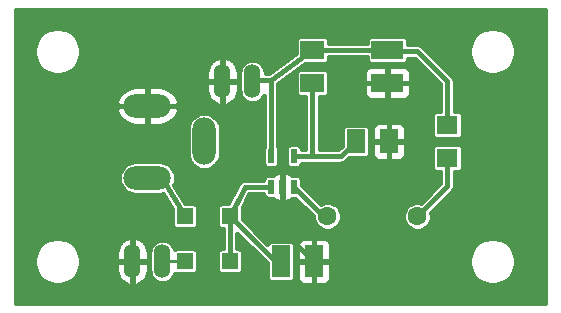
<source format=gbr>
G04 #@! TF.GenerationSoftware,KiCad,Pcbnew,(5.0.0)*
G04 #@! TF.CreationDate,2020-02-21T08:37:36-08:00*
G04 #@! TF.ProjectId,Battery Power Circuit V3,4261747465727920506F776572204369,rev?*
G04 #@! TF.SameCoordinates,Original*
G04 #@! TF.FileFunction,Copper,L1,Top,Signal*
G04 #@! TF.FilePolarity,Positive*
%FSLAX46Y46*%
G04 Gerber Fmt 4.6, Leading zero omitted, Abs format (unit mm)*
G04 Created by KiCad (PCBNEW (5.0.0)) date 02/21/20 08:37:36*
%MOMM*%
%LPD*%
G01*
G04 APERTURE LIST*
G04 #@! TA.AperFunction,SMDPad,CuDef*
%ADD10R,0.550000X1.200000*%
G04 #@! TD*
G04 #@! TA.AperFunction,SMDPad,CuDef*
%ADD11R,1.400000X1.400000*%
G04 #@! TD*
G04 #@! TA.AperFunction,SMDPad,CuDef*
%ADD12R,1.600000X2.700000*%
G04 #@! TD*
G04 #@! TA.AperFunction,SMDPad,CuDef*
%ADD13R,2.700000X1.600000*%
G04 #@! TD*
G04 #@! TA.AperFunction,SMDPad,CuDef*
%ADD14R,1.800000X1.600000*%
G04 #@! TD*
G04 #@! TA.AperFunction,SMDPad,CuDef*
%ADD15R,1.600000X2.000000*%
G04 #@! TD*
G04 #@! TA.AperFunction,SMDPad,CuDef*
%ADD16R,2.000000X1.600000*%
G04 #@! TD*
G04 #@! TA.AperFunction,ComponentPad*
%ADD17O,1.422400X2.844800*%
G04 #@! TD*
G04 #@! TA.AperFunction,ComponentPad*
%ADD18O,2.000000X4.000000*%
G04 #@! TD*
G04 #@! TA.AperFunction,ComponentPad*
%ADD19O,4.000000X2.000000*%
G04 #@! TD*
G04 #@! TA.AperFunction,ComponentPad*
%ADD20C,1.600200*%
G04 #@! TD*
G04 #@! TA.AperFunction,Conductor*
%ADD21C,0.406400*%
G04 #@! TD*
G04 #@! TA.AperFunction,Conductor*
%ADD22C,0.250000*%
G04 #@! TD*
G04 APERTURE END LIST*
D10*
G04 #@! TO.P,U$1,5*
G04 #@! TO.N,Net-(C2-Pad1)*
X147716100Y-104968600D03*
G04 #@! TO.P,U$1,4*
G04 #@! TO.N,Net-(R1-Pad2)*
X149616100Y-104968600D03*
G04 #@! TO.P,U$1,3*
G04 #@! TO.N,Net-(J2-Pad1)*
X149616100Y-107568600D03*
G04 #@! TO.P,U$1,2*
G04 #@! TO.N,GND*
X148666100Y-107568600D03*
G04 #@! TO.P,U$1,1*
G04 #@! TO.N,Net-(C1-Pad1)*
X147716100Y-107568600D03*
G04 #@! TD*
D11*
G04 #@! TO.P,D1,A*
G04 #@! TO.N,Net-(D1-PadA)*
X140416100Y-110078600D03*
G04 #@! TO.P,D1,C*
G04 #@! TO.N,Net-(C1-Pad1)*
X144216100Y-110078600D03*
G04 #@! TD*
G04 #@! TO.P,D2,A*
G04 #@! TO.N,Net-(D2-PadA)*
X140416100Y-113888600D03*
G04 #@! TO.P,D2,C*
G04 #@! TO.N,Net-(C1-Pad1)*
X144216100Y-113888600D03*
G04 #@! TD*
D12*
G04 #@! TO.P,C1,2*
G04 #@! TO.N,GND*
X151336100Y-113888600D03*
G04 #@! TO.P,C1,1*
G04 #@! TO.N,Net-(C1-Pad1)*
X148536100Y-113888600D03*
G04 #@! TD*
D13*
G04 #@! TO.P,C2,2*
G04 #@! TO.N,GND*
X157556100Y-98778600D03*
G04 #@! TO.P,C2,1*
G04 #@! TO.N,Net-(C2-Pad1)*
X157556100Y-95978600D03*
G04 #@! TD*
D14*
G04 #@! TO.P,C3,2*
G04 #@! TO.N,Net-(C2-Pad1)*
X162636100Y-102328600D03*
G04 #@! TO.P,C3,1*
G04 #@! TO.N,Net-(C3-Pad1)*
X162636100Y-105128600D03*
G04 #@! TD*
D15*
G04 #@! TO.P,R1,2*
G04 #@! TO.N,Net-(R1-Pad2)*
X154886100Y-103728600D03*
G04 #@! TO.P,R1,1*
G04 #@! TO.N,GND*
X157686100Y-103728600D03*
G04 #@! TD*
D16*
G04 #@! TO.P,R2,2*
G04 #@! TO.N,Net-(C2-Pad1)*
X151206100Y-95978600D03*
G04 #@! TO.P,R2,1*
G04 #@! TO.N,Net-(R1-Pad2)*
X151206100Y-98778600D03*
G04 #@! TD*
D17*
G04 #@! TO.P,JP1,2*
G04 #@! TO.N,GND*
X135966100Y-113888600D03*
G04 #@! TO.P,JP1,1*
G04 #@! TO.N,Net-(D2-PadA)*
X138506100Y-113888600D03*
G04 #@! TD*
G04 #@! TO.P,JP2,2*
G04 #@! TO.N,Net-(C2-Pad1)*
X146126100Y-98648600D03*
G04 #@! TO.P,JP2,1*
G04 #@! TO.N,GND*
X143586100Y-98648600D03*
G04 #@! TD*
D18*
G04 #@! TO.P,J1,2*
G04 #@! TO.N,Net-(J1-Pad2)*
X142036100Y-103728600D03*
D19*
G04 #@! TO.P,J1,3*
G04 #@! TO.N,GND*
X137236100Y-100728600D03*
G04 #@! TO.P,J1,1*
G04 #@! TO.N,Net-(D1-PadA)*
X137236100Y-106828600D03*
G04 #@! TD*
D20*
G04 #@! TO.P,J2,2*
G04 #@! TO.N,Net-(C3-Pad1)*
X160096100Y-110078600D03*
G04 #@! TO.P,J2,1*
G04 #@! TO.N,Net-(J2-Pad1)*
X152476100Y-110078600D03*
G04 #@! TD*
D21*
G04 #@! TO.N,Net-(C1-Pad1)*
X144216100Y-113888600D02*
X144216100Y-110078600D01*
X144216100Y-110078600D02*
X145456100Y-107568600D01*
X145456100Y-107568600D02*
X147716100Y-107568600D01*
X148536100Y-113888600D02*
X148026100Y-113888600D01*
X148026100Y-113888600D02*
X144216100Y-110078600D01*
G04 #@! TO.N,Net-(C2-Pad1)*
X147716100Y-104968600D02*
X147716100Y-98518600D01*
X151206100Y-95978600D02*
X157556100Y-95978600D01*
X146126100Y-98648600D02*
X146256100Y-98518600D01*
X146256100Y-98518600D02*
X147716100Y-98518600D01*
X147716100Y-98518600D02*
X151206100Y-95978600D01*
X162636100Y-102328600D02*
X162636100Y-98648600D01*
X162636100Y-98648600D02*
X160096100Y-96108600D01*
X160096100Y-96108600D02*
X157686100Y-96108600D01*
X157686100Y-96108600D02*
X157556100Y-95978600D01*
G04 #@! TO.N,Net-(R1-Pad2)*
X151206100Y-98778600D02*
X151206100Y-104998600D01*
X151206100Y-104998600D02*
X149616100Y-104998600D01*
X149616100Y-104998600D02*
X149616100Y-104968600D01*
X151206100Y-104998600D02*
X153616100Y-104998600D01*
X153616100Y-104998600D02*
X154886100Y-103728600D01*
G04 #@! TO.N,GND*
X148666100Y-107568600D02*
X148666100Y-110078600D01*
X149936100Y-111348600D02*
X149936100Y-112488600D01*
X149936100Y-112488600D02*
X151336100Y-113888600D01*
G04 #@! TO.N,Net-(D1-PadA)*
X140416100Y-110078600D02*
X138436100Y-106828600D01*
X138436100Y-106828600D02*
X137236100Y-106828600D01*
G04 #@! TO.N,Net-(C3-Pad1)*
X160096100Y-110078600D02*
X162636100Y-107538600D01*
X162636100Y-107538600D02*
X162636100Y-105128600D01*
G04 #@! TO.N,Net-(J2-Pad1)*
X149616100Y-107568600D02*
X149646100Y-107538600D01*
X152476100Y-110078600D02*
X152126100Y-110078600D01*
X152126100Y-110078600D02*
X149616100Y-107568600D01*
D22*
G04 #@! TO.N,Net-(D2-PadA)*
X138506100Y-113888600D02*
X140365400Y-113888600D01*
X140365400Y-113888600D02*
X140462000Y-113985200D01*
X140462000Y-113985200D02*
X140462000Y-114046000D01*
G04 #@! TD*
D21*
G04 #@! TO.N,GND*
G36*
X170917900Y-117420400D02*
X126084300Y-117420400D01*
X126084300Y-113691302D01*
X127612900Y-113691302D01*
X127612900Y-114085898D01*
X127689881Y-114472912D01*
X127840887Y-114837471D01*
X128060113Y-115165566D01*
X128339134Y-115444587D01*
X128667229Y-115663813D01*
X129031788Y-115814819D01*
X129418802Y-115891800D01*
X129813398Y-115891800D01*
X130200412Y-115814819D01*
X130564971Y-115663813D01*
X130893066Y-115444587D01*
X131172087Y-115165566D01*
X131391313Y-114837471D01*
X131542319Y-114472912D01*
X131619300Y-114085898D01*
X131619300Y-113913600D01*
X134595300Y-113913600D01*
X134595300Y-114624800D01*
X134626517Y-114891749D01*
X134709213Y-115147479D01*
X134840211Y-115382162D01*
X135014476Y-115586779D01*
X135225311Y-115753467D01*
X135464614Y-115875820D01*
X135723189Y-115949137D01*
X135727003Y-115949587D01*
X135941100Y-115805441D01*
X135941100Y-113913600D01*
X135991100Y-113913600D01*
X135991100Y-115805441D01*
X136205197Y-115949587D01*
X136209011Y-115949137D01*
X136467586Y-115875820D01*
X136706889Y-115753467D01*
X136917724Y-115586779D01*
X137091989Y-115382162D01*
X137222987Y-115147479D01*
X137305683Y-114891749D01*
X137336900Y-114624800D01*
X137336900Y-113913600D01*
X135991100Y-113913600D01*
X135941100Y-113913600D01*
X134595300Y-113913600D01*
X131619300Y-113913600D01*
X131619300Y-113691302D01*
X131542319Y-113304288D01*
X131479405Y-113152400D01*
X134595300Y-113152400D01*
X134595300Y-113863600D01*
X135941100Y-113863600D01*
X135941100Y-111971759D01*
X135991100Y-111971759D01*
X135991100Y-113863600D01*
X137336900Y-113863600D01*
X137336900Y-113152400D01*
X137333422Y-113122654D01*
X137391700Y-113122654D01*
X137391700Y-114654547D01*
X137407824Y-114818261D01*
X137471548Y-115028326D01*
X137575028Y-115221923D01*
X137714288Y-115391613D01*
X137883978Y-115530873D01*
X138077575Y-115634353D01*
X138287640Y-115698076D01*
X138506100Y-115719592D01*
X138724561Y-115698076D01*
X138934626Y-115634353D01*
X139128223Y-115530873D01*
X139297913Y-115391613D01*
X139437173Y-115221923D01*
X139540653Y-115028326D01*
X139560575Y-114962653D01*
X139561056Y-114962910D01*
X139637059Y-114985965D01*
X139716100Y-114993750D01*
X141116100Y-114993750D01*
X141195141Y-114985965D01*
X141271144Y-114962910D01*
X141341189Y-114925470D01*
X141402584Y-114875084D01*
X141452970Y-114813689D01*
X141490410Y-114743644D01*
X141513465Y-114667641D01*
X141521250Y-114588600D01*
X141521250Y-113188600D01*
X141513465Y-113109559D01*
X141490410Y-113033556D01*
X141452970Y-112963511D01*
X141402584Y-112902116D01*
X141341189Y-112851730D01*
X141271144Y-112814290D01*
X141195141Y-112791235D01*
X141116100Y-112783450D01*
X139716100Y-112783450D01*
X139637059Y-112791235D01*
X139561056Y-112814290D01*
X139560575Y-112814547D01*
X139540653Y-112748874D01*
X139437173Y-112555277D01*
X139297913Y-112385587D01*
X139128223Y-112246327D01*
X138934625Y-112142847D01*
X138724560Y-112079124D01*
X138506100Y-112057608D01*
X138287639Y-112079124D01*
X138077574Y-112142847D01*
X137883977Y-112246327D01*
X137714287Y-112385587D01*
X137575027Y-112555277D01*
X137471547Y-112748875D01*
X137407824Y-112958940D01*
X137391700Y-113122654D01*
X137333422Y-113122654D01*
X137305683Y-112885451D01*
X137222987Y-112629721D01*
X137091989Y-112395038D01*
X136917724Y-112190421D01*
X136706889Y-112023733D01*
X136467586Y-111901380D01*
X136209011Y-111828063D01*
X136205197Y-111827613D01*
X135991100Y-111971759D01*
X135941100Y-111971759D01*
X135727003Y-111827613D01*
X135723189Y-111828063D01*
X135464614Y-111901380D01*
X135225311Y-112023733D01*
X135014476Y-112190421D01*
X134840211Y-112395038D01*
X134709213Y-112629721D01*
X134626517Y-112885451D01*
X134595300Y-113152400D01*
X131479405Y-113152400D01*
X131391313Y-112939729D01*
X131172087Y-112611634D01*
X130893066Y-112332613D01*
X130564971Y-112113387D01*
X130200412Y-111962381D01*
X129813398Y-111885400D01*
X129418802Y-111885400D01*
X129031788Y-111962381D01*
X128667229Y-112113387D01*
X128339134Y-112332613D01*
X128060113Y-112611634D01*
X127840887Y-112939729D01*
X127689881Y-113304288D01*
X127612900Y-113691302D01*
X126084300Y-113691302D01*
X126084300Y-106828600D01*
X134826111Y-106828600D01*
X134853204Y-107103675D01*
X134933440Y-107368179D01*
X135063737Y-107611948D01*
X135239087Y-107825613D01*
X135452752Y-108000963D01*
X135696521Y-108131260D01*
X135961025Y-108211496D01*
X136167171Y-108231800D01*
X138305029Y-108231800D01*
X138511175Y-108211496D01*
X138559583Y-108196812D01*
X139310950Y-109430116D01*
X139310950Y-110778600D01*
X139318735Y-110857641D01*
X139341790Y-110933644D01*
X139379230Y-111003689D01*
X139429616Y-111065084D01*
X139491011Y-111115470D01*
X139561056Y-111152910D01*
X139637059Y-111175965D01*
X139716100Y-111183750D01*
X141116100Y-111183750D01*
X141195141Y-111175965D01*
X141271144Y-111152910D01*
X141341189Y-111115470D01*
X141402584Y-111065084D01*
X141452970Y-111003689D01*
X141490410Y-110933644D01*
X141513465Y-110857641D01*
X141521250Y-110778600D01*
X141521250Y-109378600D01*
X143110950Y-109378600D01*
X143110950Y-110778600D01*
X143118735Y-110857641D01*
X143141790Y-110933644D01*
X143179230Y-111003689D01*
X143229616Y-111065084D01*
X143291011Y-111115470D01*
X143361056Y-111152910D01*
X143437059Y-111175965D01*
X143516100Y-111183750D01*
X143609701Y-111183750D01*
X143609700Y-112783450D01*
X143516100Y-112783450D01*
X143437059Y-112791235D01*
X143361056Y-112814290D01*
X143291011Y-112851730D01*
X143229616Y-112902116D01*
X143179230Y-112963511D01*
X143141790Y-113033556D01*
X143118735Y-113109559D01*
X143110950Y-113188600D01*
X143110950Y-114588600D01*
X143118735Y-114667641D01*
X143141790Y-114743644D01*
X143179230Y-114813689D01*
X143229616Y-114875084D01*
X143291011Y-114925470D01*
X143361056Y-114962910D01*
X143437059Y-114985965D01*
X143516100Y-114993750D01*
X144916100Y-114993750D01*
X144995141Y-114985965D01*
X145071144Y-114962910D01*
X145141189Y-114925470D01*
X145202584Y-114875084D01*
X145252970Y-114813689D01*
X145290410Y-114743644D01*
X145313465Y-114667641D01*
X145321250Y-114588600D01*
X145321250Y-113188600D01*
X145313465Y-113109559D01*
X145290410Y-113033556D01*
X145252970Y-112963511D01*
X145202584Y-112902116D01*
X145141189Y-112851730D01*
X145071144Y-112814290D01*
X144995141Y-112791235D01*
X144916100Y-112783450D01*
X144822500Y-112783450D01*
X144822500Y-111542578D01*
X147330950Y-114051029D01*
X147330950Y-115238600D01*
X147338735Y-115317641D01*
X147361790Y-115393644D01*
X147399230Y-115463689D01*
X147449616Y-115525084D01*
X147511011Y-115575470D01*
X147581056Y-115612910D01*
X147657059Y-115635965D01*
X147736100Y-115643750D01*
X149336100Y-115643750D01*
X149415141Y-115635965D01*
X149491144Y-115612910D01*
X149561189Y-115575470D01*
X149622584Y-115525084D01*
X149672970Y-115463689D01*
X149710410Y-115393644D01*
X149733465Y-115317641D01*
X149741250Y-115238600D01*
X149741250Y-114078500D01*
X149876500Y-114078500D01*
X149876500Y-115303565D01*
X149901848Y-115430998D01*
X149951570Y-115551038D01*
X150023755Y-115659070D01*
X150115629Y-115750945D01*
X150223662Y-115823130D01*
X150343702Y-115872852D01*
X150471135Y-115898200D01*
X151146200Y-115898200D01*
X151311100Y-115733300D01*
X151311100Y-113913600D01*
X151361100Y-113913600D01*
X151361100Y-115733300D01*
X151526000Y-115898200D01*
X152201065Y-115898200D01*
X152328498Y-115872852D01*
X152448538Y-115823130D01*
X152556571Y-115750945D01*
X152648445Y-115659070D01*
X152720630Y-115551038D01*
X152770352Y-115430998D01*
X152795700Y-115303565D01*
X152795700Y-114078500D01*
X152630800Y-113913600D01*
X151361100Y-113913600D01*
X151311100Y-113913600D01*
X150041400Y-113913600D01*
X149876500Y-114078500D01*
X149741250Y-114078500D01*
X149741250Y-112538600D01*
X149734852Y-112473635D01*
X149876500Y-112473635D01*
X149876500Y-113698700D01*
X150041400Y-113863600D01*
X151311100Y-113863600D01*
X151311100Y-112043900D01*
X151361100Y-112043900D01*
X151361100Y-113863600D01*
X152630800Y-113863600D01*
X152795700Y-113698700D01*
X152795700Y-113691302D01*
X164442900Y-113691302D01*
X164442900Y-114085898D01*
X164519881Y-114472912D01*
X164670887Y-114837471D01*
X164890113Y-115165566D01*
X165169134Y-115444587D01*
X165497229Y-115663813D01*
X165861788Y-115814819D01*
X166248802Y-115891800D01*
X166643398Y-115891800D01*
X167030412Y-115814819D01*
X167394971Y-115663813D01*
X167723066Y-115444587D01*
X168002087Y-115165566D01*
X168221313Y-114837471D01*
X168372319Y-114472912D01*
X168449300Y-114085898D01*
X168449300Y-113691302D01*
X168372319Y-113304288D01*
X168221313Y-112939729D01*
X168002087Y-112611634D01*
X167723066Y-112332613D01*
X167394971Y-112113387D01*
X167030412Y-111962381D01*
X166643398Y-111885400D01*
X166248802Y-111885400D01*
X165861788Y-111962381D01*
X165497229Y-112113387D01*
X165169134Y-112332613D01*
X164890113Y-112611634D01*
X164670887Y-112939729D01*
X164519881Y-113304288D01*
X164442900Y-113691302D01*
X152795700Y-113691302D01*
X152795700Y-112473635D01*
X152770352Y-112346202D01*
X152720630Y-112226162D01*
X152648445Y-112118130D01*
X152556571Y-112026255D01*
X152448538Y-111954070D01*
X152328498Y-111904348D01*
X152201065Y-111879000D01*
X151526000Y-111879000D01*
X151361100Y-112043900D01*
X151311100Y-112043900D01*
X151146200Y-111879000D01*
X150471135Y-111879000D01*
X150343702Y-111904348D01*
X150223662Y-111954070D01*
X150115629Y-112026255D01*
X150023755Y-112118130D01*
X149951570Y-112226162D01*
X149901848Y-112346202D01*
X149876500Y-112473635D01*
X149734852Y-112473635D01*
X149733465Y-112459559D01*
X149710410Y-112383556D01*
X149672970Y-112313511D01*
X149622584Y-112252116D01*
X149561189Y-112201730D01*
X149491144Y-112164290D01*
X149415141Y-112141235D01*
X149336100Y-112133450D01*
X147736100Y-112133450D01*
X147657059Y-112141235D01*
X147581056Y-112164290D01*
X147511011Y-112201730D01*
X147449616Y-112252116D01*
X147399230Y-112313511D01*
X147367657Y-112372579D01*
X145321250Y-110326172D01*
X145321250Y-109378600D01*
X145313465Y-109299559D01*
X145299717Y-109254238D01*
X145832886Y-108175000D01*
X147036580Y-108175000D01*
X147043735Y-108247641D01*
X147066790Y-108323644D01*
X147104230Y-108393689D01*
X147154616Y-108455084D01*
X147216011Y-108505470D01*
X147286056Y-108542910D01*
X147362059Y-108565965D01*
X147441100Y-108573750D01*
X147868518Y-108573750D01*
X147878755Y-108589070D01*
X147970629Y-108680945D01*
X148078662Y-108753130D01*
X148198702Y-108802852D01*
X148326135Y-108828200D01*
X148476200Y-108828200D01*
X148641100Y-108663300D01*
X148641100Y-107593600D01*
X148621100Y-107593600D01*
X148621100Y-107543600D01*
X148641100Y-107543600D01*
X148641100Y-106473900D01*
X148691100Y-106473900D01*
X148691100Y-107543600D01*
X148711100Y-107543600D01*
X148711100Y-107593600D01*
X148691100Y-107593600D01*
X148691100Y-108663300D01*
X148856000Y-108828200D01*
X149006065Y-108828200D01*
X149133498Y-108802852D01*
X149253538Y-108753130D01*
X149361571Y-108680945D01*
X149453445Y-108589070D01*
X149463682Y-108573750D01*
X149763672Y-108573750D01*
X151272800Y-110082879D01*
X151272800Y-110197115D01*
X151319042Y-110429590D01*
X151409750Y-110648576D01*
X151541436Y-110845659D01*
X151709041Y-111013264D01*
X151906124Y-111144950D01*
X152125110Y-111235658D01*
X152357585Y-111281900D01*
X152594615Y-111281900D01*
X152827090Y-111235658D01*
X153046076Y-111144950D01*
X153243159Y-111013264D01*
X153410764Y-110845659D01*
X153542450Y-110648576D01*
X153633158Y-110429590D01*
X153679400Y-110197115D01*
X153679400Y-109960085D01*
X158892800Y-109960085D01*
X158892800Y-110197115D01*
X158939042Y-110429590D01*
X159029750Y-110648576D01*
X159161436Y-110845659D01*
X159329041Y-111013264D01*
X159526124Y-111144950D01*
X159745110Y-111235658D01*
X159977585Y-111281900D01*
X160214615Y-111281900D01*
X160447090Y-111235658D01*
X160666076Y-111144950D01*
X160863159Y-111013264D01*
X161030764Y-110845659D01*
X161162450Y-110648576D01*
X161253158Y-110429590D01*
X161299400Y-110197115D01*
X161299400Y-109960085D01*
X161261704Y-109770574D01*
X163043827Y-107988452D01*
X163066964Y-107969464D01*
X163142743Y-107877128D01*
X163199051Y-107771782D01*
X163233726Y-107657475D01*
X163242500Y-107568390D01*
X163242500Y-107568381D01*
X163245433Y-107538601D01*
X163242500Y-107508821D01*
X163242500Y-106333750D01*
X163536100Y-106333750D01*
X163615141Y-106325965D01*
X163691144Y-106302910D01*
X163761189Y-106265470D01*
X163822584Y-106215084D01*
X163872970Y-106153689D01*
X163910410Y-106083644D01*
X163933465Y-106007641D01*
X163941250Y-105928600D01*
X163941250Y-104328600D01*
X163933465Y-104249559D01*
X163910410Y-104173556D01*
X163872970Y-104103511D01*
X163822584Y-104042116D01*
X163761189Y-103991730D01*
X163691144Y-103954290D01*
X163615141Y-103931235D01*
X163536100Y-103923450D01*
X161736100Y-103923450D01*
X161657059Y-103931235D01*
X161581056Y-103954290D01*
X161511011Y-103991730D01*
X161449616Y-104042116D01*
X161399230Y-104103511D01*
X161361790Y-104173556D01*
X161338735Y-104249559D01*
X161330950Y-104328600D01*
X161330950Y-105928600D01*
X161338735Y-106007641D01*
X161361790Y-106083644D01*
X161399230Y-106153689D01*
X161449616Y-106215084D01*
X161511011Y-106265470D01*
X161581056Y-106302910D01*
X161657059Y-106325965D01*
X161736100Y-106333750D01*
X162029700Y-106333750D01*
X162029700Y-107287421D01*
X160404126Y-108912996D01*
X160214615Y-108875300D01*
X159977585Y-108875300D01*
X159745110Y-108921542D01*
X159526124Y-109012250D01*
X159329041Y-109143936D01*
X159161436Y-109311541D01*
X159029750Y-109508624D01*
X158939042Y-109727610D01*
X158892800Y-109960085D01*
X153679400Y-109960085D01*
X153633158Y-109727610D01*
X153542450Y-109508624D01*
X153410764Y-109311541D01*
X153243159Y-109143936D01*
X153046076Y-109012250D01*
X152827090Y-108921542D01*
X152594615Y-108875300D01*
X152357585Y-108875300D01*
X152125110Y-108921542D01*
X151914047Y-109008968D01*
X150296250Y-107391172D01*
X150296250Y-106968600D01*
X150288465Y-106889559D01*
X150265410Y-106813556D01*
X150227970Y-106743511D01*
X150177584Y-106682116D01*
X150116189Y-106631730D01*
X150046144Y-106594290D01*
X149970141Y-106571235D01*
X149891100Y-106563450D01*
X149463682Y-106563450D01*
X149453445Y-106548130D01*
X149361571Y-106456255D01*
X149253538Y-106384070D01*
X149133498Y-106334348D01*
X149006065Y-106309000D01*
X148856000Y-106309000D01*
X148691100Y-106473900D01*
X148641100Y-106473900D01*
X148476200Y-106309000D01*
X148326135Y-106309000D01*
X148198702Y-106334348D01*
X148078662Y-106384070D01*
X147970629Y-106456255D01*
X147878755Y-106548130D01*
X147868518Y-106563450D01*
X147441100Y-106563450D01*
X147362059Y-106571235D01*
X147286056Y-106594290D01*
X147216011Y-106631730D01*
X147154616Y-106682116D01*
X147104230Y-106743511D01*
X147066790Y-106813556D01*
X147043735Y-106889559D01*
X147036580Y-106962200D01*
X145506030Y-106962200D01*
X145496381Y-106960600D01*
X145446414Y-106962200D01*
X145426310Y-106962200D01*
X145416625Y-106963154D01*
X145376992Y-106964423D01*
X145357324Y-106968994D01*
X145337225Y-106970974D01*
X145299266Y-106982489D01*
X145260643Y-106991466D01*
X145242246Y-106999786D01*
X145222918Y-107005649D01*
X145187936Y-107024347D01*
X145151805Y-107040687D01*
X145135385Y-107052436D01*
X145117572Y-107061957D01*
X145086909Y-107087122D01*
X145054661Y-107110196D01*
X145040846Y-107124925D01*
X145025236Y-107137736D01*
X145000079Y-107168389D01*
X144972944Y-107197320D01*
X144962267Y-107214463D01*
X144949457Y-107230072D01*
X144930763Y-107265046D01*
X144925620Y-107273304D01*
X144916720Y-107291319D01*
X144893149Y-107335418D01*
X144890309Y-107344781D01*
X144085708Y-108973450D01*
X143516100Y-108973450D01*
X143437059Y-108981235D01*
X143361056Y-109004290D01*
X143291011Y-109041730D01*
X143229616Y-109092116D01*
X143179230Y-109153511D01*
X143141790Y-109223556D01*
X143118735Y-109299559D01*
X143110950Y-109378600D01*
X141521250Y-109378600D01*
X141513465Y-109299559D01*
X141490410Y-109223556D01*
X141452970Y-109153511D01*
X141402584Y-109092116D01*
X141341189Y-109041730D01*
X141271144Y-109004290D01*
X141195141Y-108981235D01*
X141116100Y-108973450D01*
X140452883Y-108973450D01*
X139508917Y-107424012D01*
X139538760Y-107368179D01*
X139618996Y-107103675D01*
X139646089Y-106828600D01*
X139618996Y-106553525D01*
X139538760Y-106289021D01*
X139408463Y-106045252D01*
X139233113Y-105831587D01*
X139019448Y-105656237D01*
X138775679Y-105525940D01*
X138511175Y-105445704D01*
X138305029Y-105425400D01*
X136167171Y-105425400D01*
X135961025Y-105445704D01*
X135696521Y-105525940D01*
X135452752Y-105656237D01*
X135239087Y-105831587D01*
X135063737Y-106045252D01*
X134933440Y-106289021D01*
X134853204Y-106553525D01*
X134826111Y-106828600D01*
X126084300Y-106828600D01*
X126084300Y-104797528D01*
X140632900Y-104797528D01*
X140653204Y-105003674D01*
X140733440Y-105268178D01*
X140863737Y-105511947D01*
X141039087Y-105725612D01*
X141252752Y-105900963D01*
X141496521Y-106031260D01*
X141761025Y-106111496D01*
X142036100Y-106138589D01*
X142311174Y-106111496D01*
X142575678Y-106031260D01*
X142819447Y-105900963D01*
X143033112Y-105725613D01*
X143208463Y-105511948D01*
X143338760Y-105268179D01*
X143418996Y-105003675D01*
X143439300Y-104797529D01*
X143439300Y-102659671D01*
X143418996Y-102453525D01*
X143338760Y-102189021D01*
X143208463Y-101945252D01*
X143033113Y-101731587D01*
X142819448Y-101556237D01*
X142575679Y-101425940D01*
X142311175Y-101345704D01*
X142036100Y-101318611D01*
X141761026Y-101345704D01*
X141496522Y-101425940D01*
X141252753Y-101556237D01*
X141039088Y-101731587D01*
X140863738Y-101945252D01*
X140733441Y-102189021D01*
X140653205Y-102453525D01*
X140632901Y-102659671D01*
X140632900Y-104797528D01*
X126084300Y-104797528D01*
X126084300Y-101012881D01*
X134601029Y-101012881D01*
X134603511Y-101027852D01*
X134693262Y-101340604D01*
X134842303Y-101629837D01*
X135044907Y-101884436D01*
X135293288Y-102094617D01*
X135577901Y-102252303D01*
X135887808Y-102351434D01*
X136211100Y-102388200D01*
X137211100Y-102388200D01*
X137211100Y-100753600D01*
X137261100Y-100753600D01*
X137261100Y-102388200D01*
X138261100Y-102388200D01*
X138584392Y-102351434D01*
X138894299Y-102252303D01*
X139178912Y-102094617D01*
X139427293Y-101884436D01*
X139629897Y-101629837D01*
X139778938Y-101340604D01*
X139868689Y-101027852D01*
X139871171Y-101012881D01*
X139730591Y-100753600D01*
X137261100Y-100753600D01*
X137211100Y-100753600D01*
X134741609Y-100753600D01*
X134601029Y-101012881D01*
X126084300Y-101012881D01*
X126084300Y-100444319D01*
X134601029Y-100444319D01*
X134741609Y-100703600D01*
X137211100Y-100703600D01*
X137211100Y-99069000D01*
X137261100Y-99069000D01*
X137261100Y-100703600D01*
X139730591Y-100703600D01*
X139871171Y-100444319D01*
X139868689Y-100429348D01*
X139778938Y-100116596D01*
X139629897Y-99827363D01*
X139427293Y-99572764D01*
X139178912Y-99362583D01*
X138894299Y-99204897D01*
X138584392Y-99105766D01*
X138261100Y-99069000D01*
X137261100Y-99069000D01*
X137211100Y-99069000D01*
X136211100Y-99069000D01*
X135887808Y-99105766D01*
X135577901Y-99204897D01*
X135293288Y-99362583D01*
X135044907Y-99572764D01*
X134842303Y-99827363D01*
X134693262Y-100116596D01*
X134603511Y-100429348D01*
X134601029Y-100444319D01*
X126084300Y-100444319D01*
X126084300Y-98673600D01*
X142215300Y-98673600D01*
X142215300Y-99384800D01*
X142246517Y-99651749D01*
X142329213Y-99907479D01*
X142460211Y-100142162D01*
X142634476Y-100346779D01*
X142845311Y-100513467D01*
X143084614Y-100635820D01*
X143343189Y-100709137D01*
X143347003Y-100709587D01*
X143561100Y-100565441D01*
X143561100Y-98673600D01*
X143611100Y-98673600D01*
X143611100Y-100565441D01*
X143825197Y-100709587D01*
X143829011Y-100709137D01*
X144087586Y-100635820D01*
X144326889Y-100513467D01*
X144537724Y-100346779D01*
X144711989Y-100142162D01*
X144842987Y-99907479D01*
X144925683Y-99651749D01*
X144956900Y-99384800D01*
X144956900Y-98673600D01*
X143611100Y-98673600D01*
X143561100Y-98673600D01*
X142215300Y-98673600D01*
X126084300Y-98673600D01*
X126084300Y-95911302D01*
X127612900Y-95911302D01*
X127612900Y-96305898D01*
X127689881Y-96692912D01*
X127840887Y-97057471D01*
X128060113Y-97385566D01*
X128339134Y-97664587D01*
X128667229Y-97883813D01*
X129031788Y-98034819D01*
X129418802Y-98111800D01*
X129813398Y-98111800D01*
X130200412Y-98034819D01*
X130495956Y-97912400D01*
X142215300Y-97912400D01*
X142215300Y-98623600D01*
X143561100Y-98623600D01*
X143561100Y-96731759D01*
X143611100Y-96731759D01*
X143611100Y-98623600D01*
X144956900Y-98623600D01*
X144956900Y-97912400D01*
X144953422Y-97882653D01*
X145011700Y-97882653D01*
X145011700Y-99414546D01*
X145027824Y-99578260D01*
X145091547Y-99788325D01*
X145195027Y-99981923D01*
X145334287Y-100151613D01*
X145503977Y-100290873D01*
X145697574Y-100394353D01*
X145907639Y-100458076D01*
X146126100Y-100479592D01*
X146344560Y-100458076D01*
X146554625Y-100394353D01*
X146748223Y-100290873D01*
X146917913Y-100151613D01*
X147057173Y-99981923D01*
X147109701Y-99883651D01*
X147109700Y-104136846D01*
X147104230Y-104143511D01*
X147066790Y-104213556D01*
X147043735Y-104289559D01*
X147035950Y-104368600D01*
X147035950Y-105568600D01*
X147043735Y-105647641D01*
X147066790Y-105723644D01*
X147104230Y-105793689D01*
X147154616Y-105855084D01*
X147216011Y-105905470D01*
X147286056Y-105942910D01*
X147362059Y-105965965D01*
X147441100Y-105973750D01*
X147991100Y-105973750D01*
X148070141Y-105965965D01*
X148146144Y-105942910D01*
X148216189Y-105905470D01*
X148277584Y-105855084D01*
X148327970Y-105793689D01*
X148365410Y-105723644D01*
X148388465Y-105647641D01*
X148396250Y-105568600D01*
X148396250Y-104368600D01*
X148935950Y-104368600D01*
X148935950Y-105568600D01*
X148943735Y-105647641D01*
X148966790Y-105723644D01*
X149004230Y-105793689D01*
X149054616Y-105855084D01*
X149116011Y-105905470D01*
X149186056Y-105942910D01*
X149262059Y-105965965D01*
X149341100Y-105973750D01*
X149891100Y-105973750D01*
X149970141Y-105965965D01*
X150046144Y-105942910D01*
X150116189Y-105905470D01*
X150177584Y-105855084D01*
X150227970Y-105793689D01*
X150265410Y-105723644D01*
X150288465Y-105647641D01*
X150292665Y-105605000D01*
X151176310Y-105605000D01*
X151206100Y-105607934D01*
X151235890Y-105605000D01*
X153586318Y-105605000D01*
X153616100Y-105607933D01*
X153645882Y-105605000D01*
X153645890Y-105605000D01*
X153734975Y-105596226D01*
X153849282Y-105561551D01*
X153954628Y-105505243D01*
X154046964Y-105429464D01*
X154065958Y-105406320D01*
X154338528Y-105133750D01*
X155686100Y-105133750D01*
X155765141Y-105125965D01*
X155841144Y-105102910D01*
X155911189Y-105065470D01*
X155972584Y-105015084D01*
X156022970Y-104953689D01*
X156060410Y-104883644D01*
X156083465Y-104807641D01*
X156091250Y-104728600D01*
X156091250Y-103918500D01*
X156226500Y-103918500D01*
X156226500Y-104793565D01*
X156251848Y-104920998D01*
X156301570Y-105041038D01*
X156373755Y-105149070D01*
X156465629Y-105240945D01*
X156573662Y-105313130D01*
X156693702Y-105362852D01*
X156821135Y-105388200D01*
X157496200Y-105388200D01*
X157661100Y-105223300D01*
X157661100Y-103753600D01*
X157711100Y-103753600D01*
X157711100Y-105223300D01*
X157876000Y-105388200D01*
X158551065Y-105388200D01*
X158678498Y-105362852D01*
X158798538Y-105313130D01*
X158906571Y-105240945D01*
X158998445Y-105149070D01*
X159070630Y-105041038D01*
X159120352Y-104920998D01*
X159145700Y-104793565D01*
X159145700Y-103918500D01*
X158980800Y-103753600D01*
X157711100Y-103753600D01*
X157661100Y-103753600D01*
X156391400Y-103753600D01*
X156226500Y-103918500D01*
X156091250Y-103918500D01*
X156091250Y-102728600D01*
X156084852Y-102663635D01*
X156226500Y-102663635D01*
X156226500Y-103538700D01*
X156391400Y-103703600D01*
X157661100Y-103703600D01*
X157661100Y-102233900D01*
X157711100Y-102233900D01*
X157711100Y-103703600D01*
X158980800Y-103703600D01*
X159145700Y-103538700D01*
X159145700Y-102663635D01*
X159120352Y-102536202D01*
X159070630Y-102416162D01*
X158998445Y-102308130D01*
X158906571Y-102216255D01*
X158798538Y-102144070D01*
X158678498Y-102094348D01*
X158551065Y-102069000D01*
X157876000Y-102069000D01*
X157711100Y-102233900D01*
X157661100Y-102233900D01*
X157496200Y-102069000D01*
X156821135Y-102069000D01*
X156693702Y-102094348D01*
X156573662Y-102144070D01*
X156465629Y-102216255D01*
X156373755Y-102308130D01*
X156301570Y-102416162D01*
X156251848Y-102536202D01*
X156226500Y-102663635D01*
X156084852Y-102663635D01*
X156083465Y-102649559D01*
X156060410Y-102573556D01*
X156022970Y-102503511D01*
X155972584Y-102442116D01*
X155911189Y-102391730D01*
X155841144Y-102354290D01*
X155765141Y-102331235D01*
X155686100Y-102323450D01*
X154086100Y-102323450D01*
X154007059Y-102331235D01*
X153931056Y-102354290D01*
X153861011Y-102391730D01*
X153799616Y-102442116D01*
X153749230Y-102503511D01*
X153711790Y-102573556D01*
X153688735Y-102649559D01*
X153680950Y-102728600D01*
X153680950Y-104076172D01*
X153364922Y-104392200D01*
X151812500Y-104392200D01*
X151812500Y-99983750D01*
X152206100Y-99983750D01*
X152285141Y-99975965D01*
X152361144Y-99952910D01*
X152431189Y-99915470D01*
X152492584Y-99865084D01*
X152542970Y-99803689D01*
X152580410Y-99733644D01*
X152603465Y-99657641D01*
X152611250Y-99578600D01*
X152611250Y-98968500D01*
X155546500Y-98968500D01*
X155546500Y-99643565D01*
X155571848Y-99770998D01*
X155621570Y-99891038D01*
X155693755Y-99999071D01*
X155785630Y-100090945D01*
X155893662Y-100163130D01*
X156013702Y-100212852D01*
X156141135Y-100238200D01*
X157366200Y-100238200D01*
X157531100Y-100073300D01*
X157531100Y-98803600D01*
X157581100Y-98803600D01*
X157581100Y-100073300D01*
X157746000Y-100238200D01*
X158971065Y-100238200D01*
X159098498Y-100212852D01*
X159218538Y-100163130D01*
X159326570Y-100090945D01*
X159418445Y-99999071D01*
X159490630Y-99891038D01*
X159540352Y-99770998D01*
X159565700Y-99643565D01*
X159565700Y-98968500D01*
X159400800Y-98803600D01*
X157581100Y-98803600D01*
X157531100Y-98803600D01*
X155711400Y-98803600D01*
X155546500Y-98968500D01*
X152611250Y-98968500D01*
X152611250Y-97978600D01*
X152604852Y-97913635D01*
X155546500Y-97913635D01*
X155546500Y-98588700D01*
X155711400Y-98753600D01*
X157531100Y-98753600D01*
X157531100Y-97483900D01*
X157581100Y-97483900D01*
X157581100Y-98753600D01*
X159400800Y-98753600D01*
X159565700Y-98588700D01*
X159565700Y-97913635D01*
X159540352Y-97786202D01*
X159490630Y-97666162D01*
X159418445Y-97558129D01*
X159326570Y-97466255D01*
X159218538Y-97394070D01*
X159098498Y-97344348D01*
X158971065Y-97319000D01*
X157746000Y-97319000D01*
X157581100Y-97483900D01*
X157531100Y-97483900D01*
X157366200Y-97319000D01*
X156141135Y-97319000D01*
X156013702Y-97344348D01*
X155893662Y-97394070D01*
X155785630Y-97466255D01*
X155693755Y-97558129D01*
X155621570Y-97666162D01*
X155571848Y-97786202D01*
X155546500Y-97913635D01*
X152604852Y-97913635D01*
X152603465Y-97899559D01*
X152580410Y-97823556D01*
X152542970Y-97753511D01*
X152492584Y-97692116D01*
X152431189Y-97641730D01*
X152361144Y-97604290D01*
X152285141Y-97581235D01*
X152206100Y-97573450D01*
X150206100Y-97573450D01*
X150127059Y-97581235D01*
X150051056Y-97604290D01*
X149981011Y-97641730D01*
X149919616Y-97692116D01*
X149869230Y-97753511D01*
X149831790Y-97823556D01*
X149808735Y-97899559D01*
X149800950Y-97978600D01*
X149800950Y-99578600D01*
X149808735Y-99657641D01*
X149831790Y-99733644D01*
X149869230Y-99803689D01*
X149919616Y-99865084D01*
X149981011Y-99915470D01*
X150051056Y-99952910D01*
X150127059Y-99975965D01*
X150206100Y-99983750D01*
X150599700Y-99983750D01*
X150599701Y-104392200D01*
X150296250Y-104392200D01*
X150296250Y-104368600D01*
X150288465Y-104289559D01*
X150265410Y-104213556D01*
X150227970Y-104143511D01*
X150177584Y-104082116D01*
X150116189Y-104031730D01*
X150046144Y-103994290D01*
X149970141Y-103971235D01*
X149891100Y-103963450D01*
X149341100Y-103963450D01*
X149262059Y-103971235D01*
X149186056Y-103994290D01*
X149116011Y-104031730D01*
X149054616Y-104082116D01*
X149004230Y-104143511D01*
X148966790Y-104213556D01*
X148943735Y-104289559D01*
X148935950Y-104368600D01*
X148396250Y-104368600D01*
X148388465Y-104289559D01*
X148365410Y-104213556D01*
X148327970Y-104143511D01*
X148322500Y-104136846D01*
X148322500Y-98827263D01*
X150580714Y-97183750D01*
X152206100Y-97183750D01*
X152285141Y-97175965D01*
X152361144Y-97152910D01*
X152431189Y-97115470D01*
X152492584Y-97065084D01*
X152542970Y-97003689D01*
X152580410Y-96933644D01*
X152603465Y-96857641D01*
X152611250Y-96778600D01*
X152611250Y-96585000D01*
X155800950Y-96585000D01*
X155800950Y-96778600D01*
X155808735Y-96857641D01*
X155831790Y-96933644D01*
X155869230Y-97003689D01*
X155919616Y-97065084D01*
X155981011Y-97115470D01*
X156051056Y-97152910D01*
X156127059Y-97175965D01*
X156206100Y-97183750D01*
X158906100Y-97183750D01*
X158985141Y-97175965D01*
X159061144Y-97152910D01*
X159131189Y-97115470D01*
X159192584Y-97065084D01*
X159242970Y-97003689D01*
X159280410Y-96933644D01*
X159303465Y-96857641D01*
X159311250Y-96778600D01*
X159311250Y-96715000D01*
X159844922Y-96715000D01*
X162029701Y-98899780D01*
X162029700Y-101123450D01*
X161736100Y-101123450D01*
X161657059Y-101131235D01*
X161581056Y-101154290D01*
X161511011Y-101191730D01*
X161449616Y-101242116D01*
X161399230Y-101303511D01*
X161361790Y-101373556D01*
X161338735Y-101449559D01*
X161330950Y-101528600D01*
X161330950Y-103128600D01*
X161338735Y-103207641D01*
X161361790Y-103283644D01*
X161399230Y-103353689D01*
X161449616Y-103415084D01*
X161511011Y-103465470D01*
X161581056Y-103502910D01*
X161657059Y-103525965D01*
X161736100Y-103533750D01*
X163536100Y-103533750D01*
X163615141Y-103525965D01*
X163691144Y-103502910D01*
X163761189Y-103465470D01*
X163822584Y-103415084D01*
X163872970Y-103353689D01*
X163910410Y-103283644D01*
X163933465Y-103207641D01*
X163941250Y-103128600D01*
X163941250Y-101528600D01*
X163933465Y-101449559D01*
X163910410Y-101373556D01*
X163872970Y-101303511D01*
X163822584Y-101242116D01*
X163761189Y-101191730D01*
X163691144Y-101154290D01*
X163615141Y-101131235D01*
X163536100Y-101123450D01*
X163242500Y-101123450D01*
X163242500Y-98678379D01*
X163245433Y-98648599D01*
X163242500Y-98618819D01*
X163242500Y-98618810D01*
X163233726Y-98529725D01*
X163199051Y-98415418D01*
X163142743Y-98310072D01*
X163066964Y-98217736D01*
X163043826Y-98198747D01*
X160756381Y-95911302D01*
X164442900Y-95911302D01*
X164442900Y-96305898D01*
X164519881Y-96692912D01*
X164670887Y-97057471D01*
X164890113Y-97385566D01*
X165169134Y-97664587D01*
X165497229Y-97883813D01*
X165861788Y-98034819D01*
X166248802Y-98111800D01*
X166643398Y-98111800D01*
X167030412Y-98034819D01*
X167394971Y-97883813D01*
X167723066Y-97664587D01*
X168002087Y-97385566D01*
X168221313Y-97057471D01*
X168372319Y-96692912D01*
X168449300Y-96305898D01*
X168449300Y-95911302D01*
X168372319Y-95524288D01*
X168221313Y-95159729D01*
X168002087Y-94831634D01*
X167723066Y-94552613D01*
X167394971Y-94333387D01*
X167030412Y-94182381D01*
X166643398Y-94105400D01*
X166248802Y-94105400D01*
X165861788Y-94182381D01*
X165497229Y-94333387D01*
X165169134Y-94552613D01*
X164890113Y-94831634D01*
X164670887Y-95159729D01*
X164519881Y-95524288D01*
X164442900Y-95911302D01*
X160756381Y-95911302D01*
X160545958Y-95700880D01*
X160526964Y-95677736D01*
X160434628Y-95601957D01*
X160329282Y-95545649D01*
X160214975Y-95510974D01*
X160125890Y-95502200D01*
X160125882Y-95502200D01*
X160096100Y-95499267D01*
X160066318Y-95502200D01*
X159311250Y-95502200D01*
X159311250Y-95178600D01*
X159303465Y-95099559D01*
X159280410Y-95023556D01*
X159242970Y-94953511D01*
X159192584Y-94892116D01*
X159131189Y-94841730D01*
X159061144Y-94804290D01*
X158985141Y-94781235D01*
X158906100Y-94773450D01*
X156206100Y-94773450D01*
X156127059Y-94781235D01*
X156051056Y-94804290D01*
X155981011Y-94841730D01*
X155919616Y-94892116D01*
X155869230Y-94953511D01*
X155831790Y-95023556D01*
X155808735Y-95099559D01*
X155800950Y-95178600D01*
X155800950Y-95372200D01*
X152611250Y-95372200D01*
X152611250Y-95178600D01*
X152603465Y-95099559D01*
X152580410Y-95023556D01*
X152542970Y-94953511D01*
X152492584Y-94892116D01*
X152431189Y-94841730D01*
X152361144Y-94804290D01*
X152285141Y-94781235D01*
X152206100Y-94773450D01*
X150206100Y-94773450D01*
X150127059Y-94781235D01*
X150051056Y-94804290D01*
X149981011Y-94841730D01*
X149919616Y-94892116D01*
X149869230Y-94953511D01*
X149831790Y-95023556D01*
X149808735Y-95099559D01*
X149800950Y-95178600D01*
X149800950Y-96251262D01*
X147518795Y-97912200D01*
X147240500Y-97912200D01*
X147240500Y-97882653D01*
X147224376Y-97718939D01*
X147160653Y-97508874D01*
X147057173Y-97315277D01*
X146917913Y-97145587D01*
X146748223Y-97006327D01*
X146554626Y-96902847D01*
X146344561Y-96839124D01*
X146126100Y-96817608D01*
X145907640Y-96839124D01*
X145697575Y-96902847D01*
X145503978Y-97006327D01*
X145334288Y-97145587D01*
X145195028Y-97315277D01*
X145091548Y-97508874D01*
X145027824Y-97718939D01*
X145011700Y-97882653D01*
X144953422Y-97882653D01*
X144925683Y-97645451D01*
X144842987Y-97389721D01*
X144711989Y-97155038D01*
X144537724Y-96950421D01*
X144326889Y-96783733D01*
X144087586Y-96661380D01*
X143829011Y-96588063D01*
X143825197Y-96587613D01*
X143611100Y-96731759D01*
X143561100Y-96731759D01*
X143347003Y-96587613D01*
X143343189Y-96588063D01*
X143084614Y-96661380D01*
X142845311Y-96783733D01*
X142634476Y-96950421D01*
X142460211Y-97155038D01*
X142329213Y-97389721D01*
X142246517Y-97645451D01*
X142215300Y-97912400D01*
X130495956Y-97912400D01*
X130564971Y-97883813D01*
X130893066Y-97664587D01*
X131172087Y-97385566D01*
X131391313Y-97057471D01*
X131542319Y-96692912D01*
X131619300Y-96305898D01*
X131619300Y-95911302D01*
X131542319Y-95524288D01*
X131391313Y-95159729D01*
X131172087Y-94831634D01*
X130893066Y-94552613D01*
X130564971Y-94333387D01*
X130200412Y-94182381D01*
X129813398Y-94105400D01*
X129418802Y-94105400D01*
X129031788Y-94182381D01*
X128667229Y-94333387D01*
X128339134Y-94552613D01*
X128060113Y-94831634D01*
X127840887Y-95159729D01*
X127689881Y-95524288D01*
X127612900Y-95911302D01*
X126084300Y-95911302D01*
X126084300Y-92586800D01*
X170917901Y-92586800D01*
X170917900Y-117420400D01*
X170917900Y-117420400D01*
G37*
X170917900Y-117420400D02*
X126084300Y-117420400D01*
X126084300Y-113691302D01*
X127612900Y-113691302D01*
X127612900Y-114085898D01*
X127689881Y-114472912D01*
X127840887Y-114837471D01*
X128060113Y-115165566D01*
X128339134Y-115444587D01*
X128667229Y-115663813D01*
X129031788Y-115814819D01*
X129418802Y-115891800D01*
X129813398Y-115891800D01*
X130200412Y-115814819D01*
X130564971Y-115663813D01*
X130893066Y-115444587D01*
X131172087Y-115165566D01*
X131391313Y-114837471D01*
X131542319Y-114472912D01*
X131619300Y-114085898D01*
X131619300Y-113913600D01*
X134595300Y-113913600D01*
X134595300Y-114624800D01*
X134626517Y-114891749D01*
X134709213Y-115147479D01*
X134840211Y-115382162D01*
X135014476Y-115586779D01*
X135225311Y-115753467D01*
X135464614Y-115875820D01*
X135723189Y-115949137D01*
X135727003Y-115949587D01*
X135941100Y-115805441D01*
X135941100Y-113913600D01*
X135991100Y-113913600D01*
X135991100Y-115805441D01*
X136205197Y-115949587D01*
X136209011Y-115949137D01*
X136467586Y-115875820D01*
X136706889Y-115753467D01*
X136917724Y-115586779D01*
X137091989Y-115382162D01*
X137222987Y-115147479D01*
X137305683Y-114891749D01*
X137336900Y-114624800D01*
X137336900Y-113913600D01*
X135991100Y-113913600D01*
X135941100Y-113913600D01*
X134595300Y-113913600D01*
X131619300Y-113913600D01*
X131619300Y-113691302D01*
X131542319Y-113304288D01*
X131479405Y-113152400D01*
X134595300Y-113152400D01*
X134595300Y-113863600D01*
X135941100Y-113863600D01*
X135941100Y-111971759D01*
X135991100Y-111971759D01*
X135991100Y-113863600D01*
X137336900Y-113863600D01*
X137336900Y-113152400D01*
X137333422Y-113122654D01*
X137391700Y-113122654D01*
X137391700Y-114654547D01*
X137407824Y-114818261D01*
X137471548Y-115028326D01*
X137575028Y-115221923D01*
X137714288Y-115391613D01*
X137883978Y-115530873D01*
X138077575Y-115634353D01*
X138287640Y-115698076D01*
X138506100Y-115719592D01*
X138724561Y-115698076D01*
X138934626Y-115634353D01*
X139128223Y-115530873D01*
X139297913Y-115391613D01*
X139437173Y-115221923D01*
X139540653Y-115028326D01*
X139560575Y-114962653D01*
X139561056Y-114962910D01*
X139637059Y-114985965D01*
X139716100Y-114993750D01*
X141116100Y-114993750D01*
X141195141Y-114985965D01*
X141271144Y-114962910D01*
X141341189Y-114925470D01*
X141402584Y-114875084D01*
X141452970Y-114813689D01*
X141490410Y-114743644D01*
X141513465Y-114667641D01*
X141521250Y-114588600D01*
X141521250Y-113188600D01*
X141513465Y-113109559D01*
X141490410Y-113033556D01*
X141452970Y-112963511D01*
X141402584Y-112902116D01*
X141341189Y-112851730D01*
X141271144Y-112814290D01*
X141195141Y-112791235D01*
X141116100Y-112783450D01*
X139716100Y-112783450D01*
X139637059Y-112791235D01*
X139561056Y-112814290D01*
X139560575Y-112814547D01*
X139540653Y-112748874D01*
X139437173Y-112555277D01*
X139297913Y-112385587D01*
X139128223Y-112246327D01*
X138934625Y-112142847D01*
X138724560Y-112079124D01*
X138506100Y-112057608D01*
X138287639Y-112079124D01*
X138077574Y-112142847D01*
X137883977Y-112246327D01*
X137714287Y-112385587D01*
X137575027Y-112555277D01*
X137471547Y-112748875D01*
X137407824Y-112958940D01*
X137391700Y-113122654D01*
X137333422Y-113122654D01*
X137305683Y-112885451D01*
X137222987Y-112629721D01*
X137091989Y-112395038D01*
X136917724Y-112190421D01*
X136706889Y-112023733D01*
X136467586Y-111901380D01*
X136209011Y-111828063D01*
X136205197Y-111827613D01*
X135991100Y-111971759D01*
X135941100Y-111971759D01*
X135727003Y-111827613D01*
X135723189Y-111828063D01*
X135464614Y-111901380D01*
X135225311Y-112023733D01*
X135014476Y-112190421D01*
X134840211Y-112395038D01*
X134709213Y-112629721D01*
X134626517Y-112885451D01*
X134595300Y-113152400D01*
X131479405Y-113152400D01*
X131391313Y-112939729D01*
X131172087Y-112611634D01*
X130893066Y-112332613D01*
X130564971Y-112113387D01*
X130200412Y-111962381D01*
X129813398Y-111885400D01*
X129418802Y-111885400D01*
X129031788Y-111962381D01*
X128667229Y-112113387D01*
X128339134Y-112332613D01*
X128060113Y-112611634D01*
X127840887Y-112939729D01*
X127689881Y-113304288D01*
X127612900Y-113691302D01*
X126084300Y-113691302D01*
X126084300Y-106828600D01*
X134826111Y-106828600D01*
X134853204Y-107103675D01*
X134933440Y-107368179D01*
X135063737Y-107611948D01*
X135239087Y-107825613D01*
X135452752Y-108000963D01*
X135696521Y-108131260D01*
X135961025Y-108211496D01*
X136167171Y-108231800D01*
X138305029Y-108231800D01*
X138511175Y-108211496D01*
X138559583Y-108196812D01*
X139310950Y-109430116D01*
X139310950Y-110778600D01*
X139318735Y-110857641D01*
X139341790Y-110933644D01*
X139379230Y-111003689D01*
X139429616Y-111065084D01*
X139491011Y-111115470D01*
X139561056Y-111152910D01*
X139637059Y-111175965D01*
X139716100Y-111183750D01*
X141116100Y-111183750D01*
X141195141Y-111175965D01*
X141271144Y-111152910D01*
X141341189Y-111115470D01*
X141402584Y-111065084D01*
X141452970Y-111003689D01*
X141490410Y-110933644D01*
X141513465Y-110857641D01*
X141521250Y-110778600D01*
X141521250Y-109378600D01*
X143110950Y-109378600D01*
X143110950Y-110778600D01*
X143118735Y-110857641D01*
X143141790Y-110933644D01*
X143179230Y-111003689D01*
X143229616Y-111065084D01*
X143291011Y-111115470D01*
X143361056Y-111152910D01*
X143437059Y-111175965D01*
X143516100Y-111183750D01*
X143609701Y-111183750D01*
X143609700Y-112783450D01*
X143516100Y-112783450D01*
X143437059Y-112791235D01*
X143361056Y-112814290D01*
X143291011Y-112851730D01*
X143229616Y-112902116D01*
X143179230Y-112963511D01*
X143141790Y-113033556D01*
X143118735Y-113109559D01*
X143110950Y-113188600D01*
X143110950Y-114588600D01*
X143118735Y-114667641D01*
X143141790Y-114743644D01*
X143179230Y-114813689D01*
X143229616Y-114875084D01*
X143291011Y-114925470D01*
X143361056Y-114962910D01*
X143437059Y-114985965D01*
X143516100Y-114993750D01*
X144916100Y-114993750D01*
X144995141Y-114985965D01*
X145071144Y-114962910D01*
X145141189Y-114925470D01*
X145202584Y-114875084D01*
X145252970Y-114813689D01*
X145290410Y-114743644D01*
X145313465Y-114667641D01*
X145321250Y-114588600D01*
X145321250Y-113188600D01*
X145313465Y-113109559D01*
X145290410Y-113033556D01*
X145252970Y-112963511D01*
X145202584Y-112902116D01*
X145141189Y-112851730D01*
X145071144Y-112814290D01*
X144995141Y-112791235D01*
X144916100Y-112783450D01*
X144822500Y-112783450D01*
X144822500Y-111542578D01*
X147330950Y-114051029D01*
X147330950Y-115238600D01*
X147338735Y-115317641D01*
X147361790Y-115393644D01*
X147399230Y-115463689D01*
X147449616Y-115525084D01*
X147511011Y-115575470D01*
X147581056Y-115612910D01*
X147657059Y-115635965D01*
X147736100Y-115643750D01*
X149336100Y-115643750D01*
X149415141Y-115635965D01*
X149491144Y-115612910D01*
X149561189Y-115575470D01*
X149622584Y-115525084D01*
X149672970Y-115463689D01*
X149710410Y-115393644D01*
X149733465Y-115317641D01*
X149741250Y-115238600D01*
X149741250Y-114078500D01*
X149876500Y-114078500D01*
X149876500Y-115303565D01*
X149901848Y-115430998D01*
X149951570Y-115551038D01*
X150023755Y-115659070D01*
X150115629Y-115750945D01*
X150223662Y-115823130D01*
X150343702Y-115872852D01*
X150471135Y-115898200D01*
X151146200Y-115898200D01*
X151311100Y-115733300D01*
X151311100Y-113913600D01*
X151361100Y-113913600D01*
X151361100Y-115733300D01*
X151526000Y-115898200D01*
X152201065Y-115898200D01*
X152328498Y-115872852D01*
X152448538Y-115823130D01*
X152556571Y-115750945D01*
X152648445Y-115659070D01*
X152720630Y-115551038D01*
X152770352Y-115430998D01*
X152795700Y-115303565D01*
X152795700Y-114078500D01*
X152630800Y-113913600D01*
X151361100Y-113913600D01*
X151311100Y-113913600D01*
X150041400Y-113913600D01*
X149876500Y-114078500D01*
X149741250Y-114078500D01*
X149741250Y-112538600D01*
X149734852Y-112473635D01*
X149876500Y-112473635D01*
X149876500Y-113698700D01*
X150041400Y-113863600D01*
X151311100Y-113863600D01*
X151311100Y-112043900D01*
X151361100Y-112043900D01*
X151361100Y-113863600D01*
X152630800Y-113863600D01*
X152795700Y-113698700D01*
X152795700Y-113691302D01*
X164442900Y-113691302D01*
X164442900Y-114085898D01*
X164519881Y-114472912D01*
X164670887Y-114837471D01*
X164890113Y-115165566D01*
X165169134Y-115444587D01*
X165497229Y-115663813D01*
X165861788Y-115814819D01*
X166248802Y-115891800D01*
X166643398Y-115891800D01*
X167030412Y-115814819D01*
X167394971Y-115663813D01*
X167723066Y-115444587D01*
X168002087Y-115165566D01*
X168221313Y-114837471D01*
X168372319Y-114472912D01*
X168449300Y-114085898D01*
X168449300Y-113691302D01*
X168372319Y-113304288D01*
X168221313Y-112939729D01*
X168002087Y-112611634D01*
X167723066Y-112332613D01*
X167394971Y-112113387D01*
X167030412Y-111962381D01*
X166643398Y-111885400D01*
X166248802Y-111885400D01*
X165861788Y-111962381D01*
X165497229Y-112113387D01*
X165169134Y-112332613D01*
X164890113Y-112611634D01*
X164670887Y-112939729D01*
X164519881Y-113304288D01*
X164442900Y-113691302D01*
X152795700Y-113691302D01*
X152795700Y-112473635D01*
X152770352Y-112346202D01*
X152720630Y-112226162D01*
X152648445Y-112118130D01*
X152556571Y-112026255D01*
X152448538Y-111954070D01*
X152328498Y-111904348D01*
X152201065Y-111879000D01*
X151526000Y-111879000D01*
X151361100Y-112043900D01*
X151311100Y-112043900D01*
X151146200Y-111879000D01*
X150471135Y-111879000D01*
X150343702Y-111904348D01*
X150223662Y-111954070D01*
X150115629Y-112026255D01*
X150023755Y-112118130D01*
X149951570Y-112226162D01*
X149901848Y-112346202D01*
X149876500Y-112473635D01*
X149734852Y-112473635D01*
X149733465Y-112459559D01*
X149710410Y-112383556D01*
X149672970Y-112313511D01*
X149622584Y-112252116D01*
X149561189Y-112201730D01*
X149491144Y-112164290D01*
X149415141Y-112141235D01*
X149336100Y-112133450D01*
X147736100Y-112133450D01*
X147657059Y-112141235D01*
X147581056Y-112164290D01*
X147511011Y-112201730D01*
X147449616Y-112252116D01*
X147399230Y-112313511D01*
X147367657Y-112372579D01*
X145321250Y-110326172D01*
X145321250Y-109378600D01*
X145313465Y-109299559D01*
X145299717Y-109254238D01*
X145832886Y-108175000D01*
X147036580Y-108175000D01*
X147043735Y-108247641D01*
X147066790Y-108323644D01*
X147104230Y-108393689D01*
X147154616Y-108455084D01*
X147216011Y-108505470D01*
X147286056Y-108542910D01*
X147362059Y-108565965D01*
X147441100Y-108573750D01*
X147868518Y-108573750D01*
X147878755Y-108589070D01*
X147970629Y-108680945D01*
X148078662Y-108753130D01*
X148198702Y-108802852D01*
X148326135Y-108828200D01*
X148476200Y-108828200D01*
X148641100Y-108663300D01*
X148641100Y-107593600D01*
X148621100Y-107593600D01*
X148621100Y-107543600D01*
X148641100Y-107543600D01*
X148641100Y-106473900D01*
X148691100Y-106473900D01*
X148691100Y-107543600D01*
X148711100Y-107543600D01*
X148711100Y-107593600D01*
X148691100Y-107593600D01*
X148691100Y-108663300D01*
X148856000Y-108828200D01*
X149006065Y-108828200D01*
X149133498Y-108802852D01*
X149253538Y-108753130D01*
X149361571Y-108680945D01*
X149453445Y-108589070D01*
X149463682Y-108573750D01*
X149763672Y-108573750D01*
X151272800Y-110082879D01*
X151272800Y-110197115D01*
X151319042Y-110429590D01*
X151409750Y-110648576D01*
X151541436Y-110845659D01*
X151709041Y-111013264D01*
X151906124Y-111144950D01*
X152125110Y-111235658D01*
X152357585Y-111281900D01*
X152594615Y-111281900D01*
X152827090Y-111235658D01*
X153046076Y-111144950D01*
X153243159Y-111013264D01*
X153410764Y-110845659D01*
X153542450Y-110648576D01*
X153633158Y-110429590D01*
X153679400Y-110197115D01*
X153679400Y-109960085D01*
X158892800Y-109960085D01*
X158892800Y-110197115D01*
X158939042Y-110429590D01*
X159029750Y-110648576D01*
X159161436Y-110845659D01*
X159329041Y-111013264D01*
X159526124Y-111144950D01*
X159745110Y-111235658D01*
X159977585Y-111281900D01*
X160214615Y-111281900D01*
X160447090Y-111235658D01*
X160666076Y-111144950D01*
X160863159Y-111013264D01*
X161030764Y-110845659D01*
X161162450Y-110648576D01*
X161253158Y-110429590D01*
X161299400Y-110197115D01*
X161299400Y-109960085D01*
X161261704Y-109770574D01*
X163043827Y-107988452D01*
X163066964Y-107969464D01*
X163142743Y-107877128D01*
X163199051Y-107771782D01*
X163233726Y-107657475D01*
X163242500Y-107568390D01*
X163242500Y-107568381D01*
X163245433Y-107538601D01*
X163242500Y-107508821D01*
X163242500Y-106333750D01*
X163536100Y-106333750D01*
X163615141Y-106325965D01*
X163691144Y-106302910D01*
X163761189Y-106265470D01*
X163822584Y-106215084D01*
X163872970Y-106153689D01*
X163910410Y-106083644D01*
X163933465Y-106007641D01*
X163941250Y-105928600D01*
X163941250Y-104328600D01*
X163933465Y-104249559D01*
X163910410Y-104173556D01*
X163872970Y-104103511D01*
X163822584Y-104042116D01*
X163761189Y-103991730D01*
X163691144Y-103954290D01*
X163615141Y-103931235D01*
X163536100Y-103923450D01*
X161736100Y-103923450D01*
X161657059Y-103931235D01*
X161581056Y-103954290D01*
X161511011Y-103991730D01*
X161449616Y-104042116D01*
X161399230Y-104103511D01*
X161361790Y-104173556D01*
X161338735Y-104249559D01*
X161330950Y-104328600D01*
X161330950Y-105928600D01*
X161338735Y-106007641D01*
X161361790Y-106083644D01*
X161399230Y-106153689D01*
X161449616Y-106215084D01*
X161511011Y-106265470D01*
X161581056Y-106302910D01*
X161657059Y-106325965D01*
X161736100Y-106333750D01*
X162029700Y-106333750D01*
X162029700Y-107287421D01*
X160404126Y-108912996D01*
X160214615Y-108875300D01*
X159977585Y-108875300D01*
X159745110Y-108921542D01*
X159526124Y-109012250D01*
X159329041Y-109143936D01*
X159161436Y-109311541D01*
X159029750Y-109508624D01*
X158939042Y-109727610D01*
X158892800Y-109960085D01*
X153679400Y-109960085D01*
X153633158Y-109727610D01*
X153542450Y-109508624D01*
X153410764Y-109311541D01*
X153243159Y-109143936D01*
X153046076Y-109012250D01*
X152827090Y-108921542D01*
X152594615Y-108875300D01*
X152357585Y-108875300D01*
X152125110Y-108921542D01*
X151914047Y-109008968D01*
X150296250Y-107391172D01*
X150296250Y-106968600D01*
X150288465Y-106889559D01*
X150265410Y-106813556D01*
X150227970Y-106743511D01*
X150177584Y-106682116D01*
X150116189Y-106631730D01*
X150046144Y-106594290D01*
X149970141Y-106571235D01*
X149891100Y-106563450D01*
X149463682Y-106563450D01*
X149453445Y-106548130D01*
X149361571Y-106456255D01*
X149253538Y-106384070D01*
X149133498Y-106334348D01*
X149006065Y-106309000D01*
X148856000Y-106309000D01*
X148691100Y-106473900D01*
X148641100Y-106473900D01*
X148476200Y-106309000D01*
X148326135Y-106309000D01*
X148198702Y-106334348D01*
X148078662Y-106384070D01*
X147970629Y-106456255D01*
X147878755Y-106548130D01*
X147868518Y-106563450D01*
X147441100Y-106563450D01*
X147362059Y-106571235D01*
X147286056Y-106594290D01*
X147216011Y-106631730D01*
X147154616Y-106682116D01*
X147104230Y-106743511D01*
X147066790Y-106813556D01*
X147043735Y-106889559D01*
X147036580Y-106962200D01*
X145506030Y-106962200D01*
X145496381Y-106960600D01*
X145446414Y-106962200D01*
X145426310Y-106962200D01*
X145416625Y-106963154D01*
X145376992Y-106964423D01*
X145357324Y-106968994D01*
X145337225Y-106970974D01*
X145299266Y-106982489D01*
X145260643Y-106991466D01*
X145242246Y-106999786D01*
X145222918Y-107005649D01*
X145187936Y-107024347D01*
X145151805Y-107040687D01*
X145135385Y-107052436D01*
X145117572Y-107061957D01*
X145086909Y-107087122D01*
X145054661Y-107110196D01*
X145040846Y-107124925D01*
X145025236Y-107137736D01*
X145000079Y-107168389D01*
X144972944Y-107197320D01*
X144962267Y-107214463D01*
X144949457Y-107230072D01*
X144930763Y-107265046D01*
X144925620Y-107273304D01*
X144916720Y-107291319D01*
X144893149Y-107335418D01*
X144890309Y-107344781D01*
X144085708Y-108973450D01*
X143516100Y-108973450D01*
X143437059Y-108981235D01*
X143361056Y-109004290D01*
X143291011Y-109041730D01*
X143229616Y-109092116D01*
X143179230Y-109153511D01*
X143141790Y-109223556D01*
X143118735Y-109299559D01*
X143110950Y-109378600D01*
X141521250Y-109378600D01*
X141513465Y-109299559D01*
X141490410Y-109223556D01*
X141452970Y-109153511D01*
X141402584Y-109092116D01*
X141341189Y-109041730D01*
X141271144Y-109004290D01*
X141195141Y-108981235D01*
X141116100Y-108973450D01*
X140452883Y-108973450D01*
X139508917Y-107424012D01*
X139538760Y-107368179D01*
X139618996Y-107103675D01*
X139646089Y-106828600D01*
X139618996Y-106553525D01*
X139538760Y-106289021D01*
X139408463Y-106045252D01*
X139233113Y-105831587D01*
X139019448Y-105656237D01*
X138775679Y-105525940D01*
X138511175Y-105445704D01*
X138305029Y-105425400D01*
X136167171Y-105425400D01*
X135961025Y-105445704D01*
X135696521Y-105525940D01*
X135452752Y-105656237D01*
X135239087Y-105831587D01*
X135063737Y-106045252D01*
X134933440Y-106289021D01*
X134853204Y-106553525D01*
X134826111Y-106828600D01*
X126084300Y-106828600D01*
X126084300Y-104797528D01*
X140632900Y-104797528D01*
X140653204Y-105003674D01*
X140733440Y-105268178D01*
X140863737Y-105511947D01*
X141039087Y-105725612D01*
X141252752Y-105900963D01*
X141496521Y-106031260D01*
X141761025Y-106111496D01*
X142036100Y-106138589D01*
X142311174Y-106111496D01*
X142575678Y-106031260D01*
X142819447Y-105900963D01*
X143033112Y-105725613D01*
X143208463Y-105511948D01*
X143338760Y-105268179D01*
X143418996Y-105003675D01*
X143439300Y-104797529D01*
X143439300Y-102659671D01*
X143418996Y-102453525D01*
X143338760Y-102189021D01*
X143208463Y-101945252D01*
X143033113Y-101731587D01*
X142819448Y-101556237D01*
X142575679Y-101425940D01*
X142311175Y-101345704D01*
X142036100Y-101318611D01*
X141761026Y-101345704D01*
X141496522Y-101425940D01*
X141252753Y-101556237D01*
X141039088Y-101731587D01*
X140863738Y-101945252D01*
X140733441Y-102189021D01*
X140653205Y-102453525D01*
X140632901Y-102659671D01*
X140632900Y-104797528D01*
X126084300Y-104797528D01*
X126084300Y-101012881D01*
X134601029Y-101012881D01*
X134603511Y-101027852D01*
X134693262Y-101340604D01*
X134842303Y-101629837D01*
X135044907Y-101884436D01*
X135293288Y-102094617D01*
X135577901Y-102252303D01*
X135887808Y-102351434D01*
X136211100Y-102388200D01*
X137211100Y-102388200D01*
X137211100Y-100753600D01*
X137261100Y-100753600D01*
X137261100Y-102388200D01*
X138261100Y-102388200D01*
X138584392Y-102351434D01*
X138894299Y-102252303D01*
X139178912Y-102094617D01*
X139427293Y-101884436D01*
X139629897Y-101629837D01*
X139778938Y-101340604D01*
X139868689Y-101027852D01*
X139871171Y-101012881D01*
X139730591Y-100753600D01*
X137261100Y-100753600D01*
X137211100Y-100753600D01*
X134741609Y-100753600D01*
X134601029Y-101012881D01*
X126084300Y-101012881D01*
X126084300Y-100444319D01*
X134601029Y-100444319D01*
X134741609Y-100703600D01*
X137211100Y-100703600D01*
X137211100Y-99069000D01*
X137261100Y-99069000D01*
X137261100Y-100703600D01*
X139730591Y-100703600D01*
X139871171Y-100444319D01*
X139868689Y-100429348D01*
X139778938Y-100116596D01*
X139629897Y-99827363D01*
X139427293Y-99572764D01*
X139178912Y-99362583D01*
X138894299Y-99204897D01*
X138584392Y-99105766D01*
X138261100Y-99069000D01*
X137261100Y-99069000D01*
X137211100Y-99069000D01*
X136211100Y-99069000D01*
X135887808Y-99105766D01*
X135577901Y-99204897D01*
X135293288Y-99362583D01*
X135044907Y-99572764D01*
X134842303Y-99827363D01*
X134693262Y-100116596D01*
X134603511Y-100429348D01*
X134601029Y-100444319D01*
X126084300Y-100444319D01*
X126084300Y-98673600D01*
X142215300Y-98673600D01*
X142215300Y-99384800D01*
X142246517Y-99651749D01*
X142329213Y-99907479D01*
X142460211Y-100142162D01*
X142634476Y-100346779D01*
X142845311Y-100513467D01*
X143084614Y-100635820D01*
X143343189Y-100709137D01*
X143347003Y-100709587D01*
X143561100Y-100565441D01*
X143561100Y-98673600D01*
X143611100Y-98673600D01*
X143611100Y-100565441D01*
X143825197Y-100709587D01*
X143829011Y-100709137D01*
X144087586Y-100635820D01*
X144326889Y-100513467D01*
X144537724Y-100346779D01*
X144711989Y-100142162D01*
X144842987Y-99907479D01*
X144925683Y-99651749D01*
X144956900Y-99384800D01*
X144956900Y-98673600D01*
X143611100Y-98673600D01*
X143561100Y-98673600D01*
X142215300Y-98673600D01*
X126084300Y-98673600D01*
X126084300Y-95911302D01*
X127612900Y-95911302D01*
X127612900Y-96305898D01*
X127689881Y-96692912D01*
X127840887Y-97057471D01*
X128060113Y-97385566D01*
X128339134Y-97664587D01*
X128667229Y-97883813D01*
X129031788Y-98034819D01*
X129418802Y-98111800D01*
X129813398Y-98111800D01*
X130200412Y-98034819D01*
X130495956Y-97912400D01*
X142215300Y-97912400D01*
X142215300Y-98623600D01*
X143561100Y-98623600D01*
X143561100Y-96731759D01*
X143611100Y-96731759D01*
X143611100Y-98623600D01*
X144956900Y-98623600D01*
X144956900Y-97912400D01*
X144953422Y-97882653D01*
X145011700Y-97882653D01*
X145011700Y-99414546D01*
X145027824Y-99578260D01*
X145091547Y-99788325D01*
X145195027Y-99981923D01*
X145334287Y-100151613D01*
X145503977Y-100290873D01*
X145697574Y-100394353D01*
X145907639Y-100458076D01*
X146126100Y-100479592D01*
X146344560Y-100458076D01*
X146554625Y-100394353D01*
X146748223Y-100290873D01*
X146917913Y-100151613D01*
X147057173Y-99981923D01*
X147109701Y-99883651D01*
X147109700Y-104136846D01*
X147104230Y-104143511D01*
X147066790Y-104213556D01*
X147043735Y-104289559D01*
X147035950Y-104368600D01*
X147035950Y-105568600D01*
X147043735Y-105647641D01*
X147066790Y-105723644D01*
X147104230Y-105793689D01*
X147154616Y-105855084D01*
X147216011Y-105905470D01*
X147286056Y-105942910D01*
X147362059Y-105965965D01*
X147441100Y-105973750D01*
X147991100Y-105973750D01*
X148070141Y-105965965D01*
X148146144Y-105942910D01*
X148216189Y-105905470D01*
X148277584Y-105855084D01*
X148327970Y-105793689D01*
X148365410Y-105723644D01*
X148388465Y-105647641D01*
X148396250Y-105568600D01*
X148396250Y-104368600D01*
X148935950Y-104368600D01*
X148935950Y-105568600D01*
X148943735Y-105647641D01*
X148966790Y-105723644D01*
X149004230Y-105793689D01*
X149054616Y-105855084D01*
X149116011Y-105905470D01*
X149186056Y-105942910D01*
X149262059Y-105965965D01*
X149341100Y-105973750D01*
X149891100Y-105973750D01*
X149970141Y-105965965D01*
X150046144Y-105942910D01*
X150116189Y-105905470D01*
X150177584Y-105855084D01*
X150227970Y-105793689D01*
X150265410Y-105723644D01*
X150288465Y-105647641D01*
X150292665Y-105605000D01*
X151176310Y-105605000D01*
X151206100Y-105607934D01*
X151235890Y-105605000D01*
X153586318Y-105605000D01*
X153616100Y-105607933D01*
X153645882Y-105605000D01*
X153645890Y-105605000D01*
X153734975Y-105596226D01*
X153849282Y-105561551D01*
X153954628Y-105505243D01*
X154046964Y-105429464D01*
X154065958Y-105406320D01*
X154338528Y-105133750D01*
X155686100Y-105133750D01*
X155765141Y-105125965D01*
X155841144Y-105102910D01*
X155911189Y-105065470D01*
X155972584Y-105015084D01*
X156022970Y-104953689D01*
X156060410Y-104883644D01*
X156083465Y-104807641D01*
X156091250Y-104728600D01*
X156091250Y-103918500D01*
X156226500Y-103918500D01*
X156226500Y-104793565D01*
X156251848Y-104920998D01*
X156301570Y-105041038D01*
X156373755Y-105149070D01*
X156465629Y-105240945D01*
X156573662Y-105313130D01*
X156693702Y-105362852D01*
X156821135Y-105388200D01*
X157496200Y-105388200D01*
X157661100Y-105223300D01*
X157661100Y-103753600D01*
X157711100Y-103753600D01*
X157711100Y-105223300D01*
X157876000Y-105388200D01*
X158551065Y-105388200D01*
X158678498Y-105362852D01*
X158798538Y-105313130D01*
X158906571Y-105240945D01*
X158998445Y-105149070D01*
X159070630Y-105041038D01*
X159120352Y-104920998D01*
X159145700Y-104793565D01*
X159145700Y-103918500D01*
X158980800Y-103753600D01*
X157711100Y-103753600D01*
X157661100Y-103753600D01*
X156391400Y-103753600D01*
X156226500Y-103918500D01*
X156091250Y-103918500D01*
X156091250Y-102728600D01*
X156084852Y-102663635D01*
X156226500Y-102663635D01*
X156226500Y-103538700D01*
X156391400Y-103703600D01*
X157661100Y-103703600D01*
X157661100Y-102233900D01*
X157711100Y-102233900D01*
X157711100Y-103703600D01*
X158980800Y-103703600D01*
X159145700Y-103538700D01*
X159145700Y-102663635D01*
X159120352Y-102536202D01*
X159070630Y-102416162D01*
X158998445Y-102308130D01*
X158906571Y-102216255D01*
X158798538Y-102144070D01*
X158678498Y-102094348D01*
X158551065Y-102069000D01*
X157876000Y-102069000D01*
X157711100Y-102233900D01*
X157661100Y-102233900D01*
X157496200Y-102069000D01*
X156821135Y-102069000D01*
X156693702Y-102094348D01*
X156573662Y-102144070D01*
X156465629Y-102216255D01*
X156373755Y-102308130D01*
X156301570Y-102416162D01*
X156251848Y-102536202D01*
X156226500Y-102663635D01*
X156084852Y-102663635D01*
X156083465Y-102649559D01*
X156060410Y-102573556D01*
X156022970Y-102503511D01*
X155972584Y-102442116D01*
X155911189Y-102391730D01*
X155841144Y-102354290D01*
X155765141Y-102331235D01*
X155686100Y-102323450D01*
X154086100Y-102323450D01*
X154007059Y-102331235D01*
X153931056Y-102354290D01*
X153861011Y-102391730D01*
X153799616Y-102442116D01*
X153749230Y-102503511D01*
X153711790Y-102573556D01*
X153688735Y-102649559D01*
X153680950Y-102728600D01*
X153680950Y-104076172D01*
X153364922Y-104392200D01*
X151812500Y-104392200D01*
X151812500Y-99983750D01*
X152206100Y-99983750D01*
X152285141Y-99975965D01*
X152361144Y-99952910D01*
X152431189Y-99915470D01*
X152492584Y-99865084D01*
X152542970Y-99803689D01*
X152580410Y-99733644D01*
X152603465Y-99657641D01*
X152611250Y-99578600D01*
X152611250Y-98968500D01*
X155546500Y-98968500D01*
X155546500Y-99643565D01*
X155571848Y-99770998D01*
X155621570Y-99891038D01*
X155693755Y-99999071D01*
X155785630Y-100090945D01*
X155893662Y-100163130D01*
X156013702Y-100212852D01*
X156141135Y-100238200D01*
X157366200Y-100238200D01*
X157531100Y-100073300D01*
X157531100Y-98803600D01*
X157581100Y-98803600D01*
X157581100Y-100073300D01*
X157746000Y-100238200D01*
X158971065Y-100238200D01*
X159098498Y-100212852D01*
X159218538Y-100163130D01*
X159326570Y-100090945D01*
X159418445Y-99999071D01*
X159490630Y-99891038D01*
X159540352Y-99770998D01*
X159565700Y-99643565D01*
X159565700Y-98968500D01*
X159400800Y-98803600D01*
X157581100Y-98803600D01*
X157531100Y-98803600D01*
X155711400Y-98803600D01*
X155546500Y-98968500D01*
X152611250Y-98968500D01*
X152611250Y-97978600D01*
X152604852Y-97913635D01*
X155546500Y-97913635D01*
X155546500Y-98588700D01*
X155711400Y-98753600D01*
X157531100Y-98753600D01*
X157531100Y-97483900D01*
X157581100Y-97483900D01*
X157581100Y-98753600D01*
X159400800Y-98753600D01*
X159565700Y-98588700D01*
X159565700Y-97913635D01*
X159540352Y-97786202D01*
X159490630Y-97666162D01*
X159418445Y-97558129D01*
X159326570Y-97466255D01*
X159218538Y-97394070D01*
X159098498Y-97344348D01*
X158971065Y-97319000D01*
X157746000Y-97319000D01*
X157581100Y-97483900D01*
X157531100Y-97483900D01*
X157366200Y-97319000D01*
X156141135Y-97319000D01*
X156013702Y-97344348D01*
X155893662Y-97394070D01*
X155785630Y-97466255D01*
X155693755Y-97558129D01*
X155621570Y-97666162D01*
X155571848Y-97786202D01*
X155546500Y-97913635D01*
X152604852Y-97913635D01*
X152603465Y-97899559D01*
X152580410Y-97823556D01*
X152542970Y-97753511D01*
X152492584Y-97692116D01*
X152431189Y-97641730D01*
X152361144Y-97604290D01*
X152285141Y-97581235D01*
X152206100Y-97573450D01*
X150206100Y-97573450D01*
X150127059Y-97581235D01*
X150051056Y-97604290D01*
X149981011Y-97641730D01*
X149919616Y-97692116D01*
X149869230Y-97753511D01*
X149831790Y-97823556D01*
X149808735Y-97899559D01*
X149800950Y-97978600D01*
X149800950Y-99578600D01*
X149808735Y-99657641D01*
X149831790Y-99733644D01*
X149869230Y-99803689D01*
X149919616Y-99865084D01*
X149981011Y-99915470D01*
X150051056Y-99952910D01*
X150127059Y-99975965D01*
X150206100Y-99983750D01*
X150599700Y-99983750D01*
X150599701Y-104392200D01*
X150296250Y-104392200D01*
X150296250Y-104368600D01*
X150288465Y-104289559D01*
X150265410Y-104213556D01*
X150227970Y-104143511D01*
X150177584Y-104082116D01*
X150116189Y-104031730D01*
X150046144Y-103994290D01*
X149970141Y-103971235D01*
X149891100Y-103963450D01*
X149341100Y-103963450D01*
X149262059Y-103971235D01*
X149186056Y-103994290D01*
X149116011Y-104031730D01*
X149054616Y-104082116D01*
X149004230Y-104143511D01*
X148966790Y-104213556D01*
X148943735Y-104289559D01*
X148935950Y-104368600D01*
X148396250Y-104368600D01*
X148388465Y-104289559D01*
X148365410Y-104213556D01*
X148327970Y-104143511D01*
X148322500Y-104136846D01*
X148322500Y-98827263D01*
X150580714Y-97183750D01*
X152206100Y-97183750D01*
X152285141Y-97175965D01*
X152361144Y-97152910D01*
X152431189Y-97115470D01*
X152492584Y-97065084D01*
X152542970Y-97003689D01*
X152580410Y-96933644D01*
X152603465Y-96857641D01*
X152611250Y-96778600D01*
X152611250Y-96585000D01*
X155800950Y-96585000D01*
X155800950Y-96778600D01*
X155808735Y-96857641D01*
X155831790Y-96933644D01*
X155869230Y-97003689D01*
X155919616Y-97065084D01*
X155981011Y-97115470D01*
X156051056Y-97152910D01*
X156127059Y-97175965D01*
X156206100Y-97183750D01*
X158906100Y-97183750D01*
X158985141Y-97175965D01*
X159061144Y-97152910D01*
X159131189Y-97115470D01*
X159192584Y-97065084D01*
X159242970Y-97003689D01*
X159280410Y-96933644D01*
X159303465Y-96857641D01*
X159311250Y-96778600D01*
X159311250Y-96715000D01*
X159844922Y-96715000D01*
X162029701Y-98899780D01*
X162029700Y-101123450D01*
X161736100Y-101123450D01*
X161657059Y-101131235D01*
X161581056Y-101154290D01*
X161511011Y-101191730D01*
X161449616Y-101242116D01*
X161399230Y-101303511D01*
X161361790Y-101373556D01*
X161338735Y-101449559D01*
X161330950Y-101528600D01*
X161330950Y-103128600D01*
X161338735Y-103207641D01*
X161361790Y-103283644D01*
X161399230Y-103353689D01*
X161449616Y-103415084D01*
X161511011Y-103465470D01*
X161581056Y-103502910D01*
X161657059Y-103525965D01*
X161736100Y-103533750D01*
X163536100Y-103533750D01*
X163615141Y-103525965D01*
X163691144Y-103502910D01*
X163761189Y-103465470D01*
X163822584Y-103415084D01*
X163872970Y-103353689D01*
X163910410Y-103283644D01*
X163933465Y-103207641D01*
X163941250Y-103128600D01*
X163941250Y-101528600D01*
X163933465Y-101449559D01*
X163910410Y-101373556D01*
X163872970Y-101303511D01*
X163822584Y-101242116D01*
X163761189Y-101191730D01*
X163691144Y-101154290D01*
X163615141Y-101131235D01*
X163536100Y-101123450D01*
X163242500Y-101123450D01*
X163242500Y-98678379D01*
X163245433Y-98648599D01*
X163242500Y-98618819D01*
X163242500Y-98618810D01*
X163233726Y-98529725D01*
X163199051Y-98415418D01*
X163142743Y-98310072D01*
X163066964Y-98217736D01*
X163043826Y-98198747D01*
X160756381Y-95911302D01*
X164442900Y-95911302D01*
X164442900Y-96305898D01*
X164519881Y-96692912D01*
X164670887Y-97057471D01*
X164890113Y-97385566D01*
X165169134Y-97664587D01*
X165497229Y-97883813D01*
X165861788Y-98034819D01*
X166248802Y-98111800D01*
X166643398Y-98111800D01*
X167030412Y-98034819D01*
X167394971Y-97883813D01*
X167723066Y-97664587D01*
X168002087Y-97385566D01*
X168221313Y-97057471D01*
X168372319Y-96692912D01*
X168449300Y-96305898D01*
X168449300Y-95911302D01*
X168372319Y-95524288D01*
X168221313Y-95159729D01*
X168002087Y-94831634D01*
X167723066Y-94552613D01*
X167394971Y-94333387D01*
X167030412Y-94182381D01*
X166643398Y-94105400D01*
X166248802Y-94105400D01*
X165861788Y-94182381D01*
X165497229Y-94333387D01*
X165169134Y-94552613D01*
X164890113Y-94831634D01*
X164670887Y-95159729D01*
X164519881Y-95524288D01*
X164442900Y-95911302D01*
X160756381Y-95911302D01*
X160545958Y-95700880D01*
X160526964Y-95677736D01*
X160434628Y-95601957D01*
X160329282Y-95545649D01*
X160214975Y-95510974D01*
X160125890Y-95502200D01*
X160125882Y-95502200D01*
X160096100Y-95499267D01*
X160066318Y-95502200D01*
X159311250Y-95502200D01*
X159311250Y-95178600D01*
X159303465Y-95099559D01*
X159280410Y-95023556D01*
X159242970Y-94953511D01*
X159192584Y-94892116D01*
X159131189Y-94841730D01*
X159061144Y-94804290D01*
X158985141Y-94781235D01*
X158906100Y-94773450D01*
X156206100Y-94773450D01*
X156127059Y-94781235D01*
X156051056Y-94804290D01*
X155981011Y-94841730D01*
X155919616Y-94892116D01*
X155869230Y-94953511D01*
X155831790Y-95023556D01*
X155808735Y-95099559D01*
X155800950Y-95178600D01*
X155800950Y-95372200D01*
X152611250Y-95372200D01*
X152611250Y-95178600D01*
X152603465Y-95099559D01*
X152580410Y-95023556D01*
X152542970Y-94953511D01*
X152492584Y-94892116D01*
X152431189Y-94841730D01*
X152361144Y-94804290D01*
X152285141Y-94781235D01*
X152206100Y-94773450D01*
X150206100Y-94773450D01*
X150127059Y-94781235D01*
X150051056Y-94804290D01*
X149981011Y-94841730D01*
X149919616Y-94892116D01*
X149869230Y-94953511D01*
X149831790Y-95023556D01*
X149808735Y-95099559D01*
X149800950Y-95178600D01*
X149800950Y-96251262D01*
X147518795Y-97912200D01*
X147240500Y-97912200D01*
X147240500Y-97882653D01*
X147224376Y-97718939D01*
X147160653Y-97508874D01*
X147057173Y-97315277D01*
X146917913Y-97145587D01*
X146748223Y-97006327D01*
X146554626Y-96902847D01*
X146344561Y-96839124D01*
X146126100Y-96817608D01*
X145907640Y-96839124D01*
X145697575Y-96902847D01*
X145503978Y-97006327D01*
X145334288Y-97145587D01*
X145195028Y-97315277D01*
X145091548Y-97508874D01*
X145027824Y-97718939D01*
X145011700Y-97882653D01*
X144953422Y-97882653D01*
X144925683Y-97645451D01*
X144842987Y-97389721D01*
X144711989Y-97155038D01*
X144537724Y-96950421D01*
X144326889Y-96783733D01*
X144087586Y-96661380D01*
X143829011Y-96588063D01*
X143825197Y-96587613D01*
X143611100Y-96731759D01*
X143561100Y-96731759D01*
X143347003Y-96587613D01*
X143343189Y-96588063D01*
X143084614Y-96661380D01*
X142845311Y-96783733D01*
X142634476Y-96950421D01*
X142460211Y-97155038D01*
X142329213Y-97389721D01*
X142246517Y-97645451D01*
X142215300Y-97912400D01*
X130495956Y-97912400D01*
X130564971Y-97883813D01*
X130893066Y-97664587D01*
X131172087Y-97385566D01*
X131391313Y-97057471D01*
X131542319Y-96692912D01*
X131619300Y-96305898D01*
X131619300Y-95911302D01*
X131542319Y-95524288D01*
X131391313Y-95159729D01*
X131172087Y-94831634D01*
X130893066Y-94552613D01*
X130564971Y-94333387D01*
X130200412Y-94182381D01*
X129813398Y-94105400D01*
X129418802Y-94105400D01*
X129031788Y-94182381D01*
X128667229Y-94333387D01*
X128339134Y-94552613D01*
X128060113Y-94831634D01*
X127840887Y-95159729D01*
X127689881Y-95524288D01*
X127612900Y-95911302D01*
X126084300Y-95911302D01*
X126084300Y-92586800D01*
X170917901Y-92586800D01*
X170917900Y-117420400D01*
G04 #@! TD*
M02*

</source>
